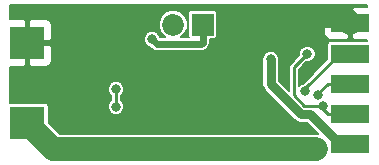
<source format=gbr>
G04 #@! TF.GenerationSoftware,KiCad,Pcbnew,(5.0.0)*
G04 #@! TF.CreationDate,2019-03-13T18:14:50+01:00*
G04 #@! TF.ProjectId,3d_extension,33645F657874656E73696F6E2E6B6963,100A*
G04 #@! TF.SameCoordinates,Original*
G04 #@! TF.FileFunction,Copper,L2,Bot,Signal*
G04 #@! TF.FilePolarity,Positive*
%FSLAX46Y46*%
G04 Gerber Fmt 4.6, Leading zero omitted, Abs format (unit mm)*
G04 Created by KiCad (PCBNEW (5.0.0)) date 03/13/19 18:14:50*
%MOMM*%
%LPD*%
G01*
G04 APERTURE LIST*
G04 #@! TA.AperFunction,ComponentPad*
%ADD10R,1.850000X1.850000*%
G04 #@! TD*
G04 #@! TA.AperFunction,ComponentPad*
%ADD11C,1.850000*%
G04 #@! TD*
G04 #@! TA.AperFunction,SMDPad,CuDef*
%ADD12R,3.000000X2.800000*%
G04 #@! TD*
G04 #@! TA.AperFunction,SMDPad,CuDef*
%ADD13R,3.300000X1.500000*%
G04 #@! TD*
G04 #@! TA.AperFunction,ViaPad*
%ADD14C,0.800000*%
G04 #@! TD*
G04 #@! TA.AperFunction,Conductor*
%ADD15C,0.800000*%
G04 #@! TD*
G04 #@! TA.AperFunction,Conductor*
%ADD16C,1.000000*%
G04 #@! TD*
G04 #@! TA.AperFunction,Conductor*
%ADD17C,2.000000*%
G04 #@! TD*
G04 #@! TA.AperFunction,Conductor*
%ADD18C,0.250000*%
G04 #@! TD*
G04 #@! TA.AperFunction,Conductor*
%ADD19C,0.600000*%
G04 #@! TD*
G04 #@! TA.AperFunction,Conductor*
%ADD20C,0.200000*%
G04 #@! TD*
G04 APERTURE END LIST*
D10*
G04 #@! TO.P,P1,1*
G04 #@! TO.N,Net-(C2-Pad1)*
X147850000Y-84050000D03*
D11*
G04 #@! TO.P,P1,2*
G04 #@! TO.N,Net-(C2-Pad2)*
X145350000Y-84050000D03*
G04 #@! TD*
D12*
G04 #@! TO.P,U2,1*
G04 #@! TO.N,GND*
X133000000Y-85600000D03*
G04 #@! TO.P,U2,4*
G04 #@! TO.N,Net-(J2-Pad9)*
X133000000Y-92400000D03*
G04 #@! TD*
D13*
G04 #@! TO.P,J2,10*
G04 #@! TO.N,VCC*
X160350000Y-94150000D03*
G04 #@! TO.P,J2,8*
G04 #@! TO.N,Net-(J2-Pad8)*
X160350000Y-91600000D03*
G04 #@! TO.P,J2,6*
G04 #@! TO.N,Net-(J2-Pad6)*
X160350000Y-89050000D03*
G04 #@! TO.P,J2,4*
G04 #@! TO.N,/NTC*
X160350000Y-86500000D03*
G04 #@! TO.P,J2,2*
G04 #@! TO.N,GND*
X160350000Y-83950000D03*
G04 #@! TD*
D14*
G04 #@! TO.N,VCC*
X153598141Y-86974968D03*
G04 #@! TO.N,GND*
X136000000Y-83300000D03*
X136000000Y-91600000D03*
X150850000Y-92800000D03*
X150750000Y-85150000D03*
X155000000Y-85700000D03*
X150000000Y-83050000D03*
X157150000Y-83050000D03*
X158050000Y-83300000D03*
X135550000Y-87800000D03*
G04 #@! TO.N,Net-(J2-Pad6)*
X157633357Y-90008983D03*
X140500000Y-89524990D03*
X140500002Y-91000000D03*
G04 #@! TO.N,Net-(J2-Pad8)*
X156700000Y-86550000D03*
X158026299Y-90928559D03*
G04 #@! TO.N,Net-(C2-Pad1)*
X143550000Y-85300000D03*
G04 #@! TO.N,Net-(J2-Pad9)*
X157399996Y-94600000D03*
X156350000Y-94600000D03*
G04 #@! TO.N,/NTC*
X156550000Y-89700000D03*
G04 #@! TD*
D15*
G04 #@! TO.N,VCC*
X156953570Y-91653570D02*
X156155246Y-91653570D01*
X153598141Y-89096465D02*
X153598141Y-87540653D01*
X159450000Y-94150000D02*
X156953570Y-91653570D01*
X153598141Y-87540653D02*
X153598141Y-86974968D01*
X160350000Y-94150000D02*
X159450000Y-94150000D01*
X156155246Y-91653570D02*
X153598141Y-89096465D01*
D16*
G04 #@! TO.N,GND*
X157150000Y-83050000D02*
X157800000Y-83050000D01*
X157800000Y-83050000D02*
X158050000Y-83300000D01*
D17*
X160350000Y-83950000D02*
X159700000Y-83300000D01*
X159700000Y-83300000D02*
X158615685Y-83300000D01*
X158615685Y-83300000D02*
X158050000Y-83300000D01*
D18*
G04 #@! TO.N,Net-(J2-Pad6)*
X160350000Y-89050000D02*
X158450000Y-89050000D01*
X157633357Y-89866643D02*
X157633357Y-90008983D01*
X158450000Y-89050000D02*
X157633357Y-89866643D01*
X140500000Y-89524990D02*
X140500000Y-90999998D01*
X140500000Y-90999998D02*
X140500002Y-91000000D01*
G04 #@! TO.N,Net-(J2-Pad8)*
X160350000Y-91600000D02*
X158450000Y-91600000D01*
X158026299Y-91176299D02*
X158026299Y-90928559D01*
X158450000Y-91600000D02*
X158026299Y-91176299D01*
X157460614Y-90928559D02*
X158026299Y-90928559D01*
X156455555Y-90928559D02*
X157460614Y-90928559D01*
X155574998Y-90048002D02*
X156455555Y-90928559D01*
X155574998Y-87675002D02*
X155574998Y-90048002D01*
X156700000Y-86550000D02*
X155574998Y-87675002D01*
D19*
G04 #@! TO.N,Net-(C2-Pad1)*
X147850000Y-85575000D02*
X147850000Y-84050000D01*
X147725001Y-85699999D02*
X147850000Y-85575000D01*
X143949999Y-85699999D02*
X147725001Y-85699999D01*
X143550000Y-85300000D02*
X143949999Y-85699999D01*
D17*
G04 #@! TO.N,Net-(J2-Pad9)*
X156834311Y-94600000D02*
X157399996Y-94600000D01*
X135200000Y-94600000D02*
X156834311Y-94600000D01*
X133000000Y-92400000D02*
X135200000Y-94600000D01*
D18*
G04 #@! TO.N,/NTC*
X156550000Y-89400000D02*
X156550000Y-89700000D01*
X159450000Y-86500000D02*
X156550000Y-89400000D01*
X160350000Y-86500000D02*
X159450000Y-86500000D01*
G04 #@! TD*
D20*
G04 #@! TO.N,GND*
G36*
X161750001Y-82592000D02*
X160656000Y-82592000D01*
X160504000Y-82744000D01*
X160504000Y-83796000D01*
X160524000Y-83796000D01*
X160524000Y-84104000D01*
X160504000Y-84104000D01*
X160504000Y-85156000D01*
X160656000Y-85308000D01*
X161750001Y-85308000D01*
X161750001Y-85444123D01*
X158700000Y-85444123D01*
X158582946Y-85467407D01*
X158483712Y-85533712D01*
X158417407Y-85632946D01*
X158394123Y-85750000D01*
X158394123Y-86954836D01*
X156305260Y-89043700D01*
X156153482Y-89106568D01*
X155999998Y-89260052D01*
X155999998Y-87851042D01*
X156601041Y-87250000D01*
X156839239Y-87250000D01*
X157096518Y-87143432D01*
X157293432Y-86946518D01*
X157400000Y-86689239D01*
X157400000Y-86410761D01*
X157293432Y-86153482D01*
X157096518Y-85956568D01*
X156839239Y-85850000D01*
X156560761Y-85850000D01*
X156303482Y-85956568D01*
X156106568Y-86153482D01*
X156000000Y-86410761D01*
X156000000Y-86648959D01*
X155304079Y-87344881D01*
X155268590Y-87368594D01*
X155210188Y-87456000D01*
X155174657Y-87509176D01*
X155141672Y-87675002D01*
X155149998Y-87716860D01*
X155149999Y-89658374D01*
X154298141Y-88806517D01*
X154298141Y-86835729D01*
X154271239Y-86770781D01*
X154257526Y-86701842D01*
X154218476Y-86643400D01*
X154191573Y-86578450D01*
X154141862Y-86528739D01*
X154102812Y-86470297D01*
X154044370Y-86431247D01*
X153994659Y-86381536D01*
X153929709Y-86354633D01*
X153871267Y-86315583D01*
X153802328Y-86301870D01*
X153737380Y-86274968D01*
X153667081Y-86274968D01*
X153598141Y-86261255D01*
X153529201Y-86274968D01*
X153458902Y-86274968D01*
X153393953Y-86301870D01*
X153325016Y-86315583D01*
X153266575Y-86354632D01*
X153201623Y-86381536D01*
X153151910Y-86431249D01*
X153093471Y-86470297D01*
X153054423Y-86528736D01*
X153004709Y-86578450D01*
X152977806Y-86643401D01*
X152938756Y-86701842D01*
X152925043Y-86770781D01*
X152898141Y-86835729D01*
X152898141Y-87609592D01*
X152898142Y-87609597D01*
X152898141Y-89027530D01*
X152884429Y-89096465D01*
X152898141Y-89165400D01*
X152898141Y-89165404D01*
X152938756Y-89369590D01*
X153093470Y-89601135D01*
X153151915Y-89640187D01*
X155611523Y-92099796D01*
X155650575Y-92158241D01*
X155709019Y-92197292D01*
X155882119Y-92312955D01*
X155928286Y-92322138D01*
X156086306Y-92353570D01*
X156086309Y-92353570D01*
X156155246Y-92367282D01*
X156224182Y-92353570D01*
X156663622Y-92353570D01*
X157630417Y-93320365D01*
X157528033Y-93300000D01*
X135738477Y-93300000D01*
X134805877Y-92367401D01*
X134805877Y-91000000D01*
X134782593Y-90882946D01*
X134716288Y-90783712D01*
X134617054Y-90717407D01*
X134500000Y-90694123D01*
X131550000Y-90694123D01*
X131550000Y-89385751D01*
X139800000Y-89385751D01*
X139800000Y-89664229D01*
X139906568Y-89921508D01*
X140075000Y-90089940D01*
X140075001Y-90435051D01*
X139906570Y-90603482D01*
X139800002Y-90860761D01*
X139800002Y-91139239D01*
X139906570Y-91396518D01*
X140103484Y-91593432D01*
X140360763Y-91700000D01*
X140639241Y-91700000D01*
X140896520Y-91593432D01*
X141093434Y-91396518D01*
X141200002Y-91139239D01*
X141200002Y-90860761D01*
X141093434Y-90603482D01*
X140925000Y-90435048D01*
X140925000Y-90089940D01*
X141093432Y-89921508D01*
X141200000Y-89664229D01*
X141200000Y-89385751D01*
X141093432Y-89128472D01*
X140896518Y-88931558D01*
X140639239Y-88824990D01*
X140360761Y-88824990D01*
X140103482Y-88931558D01*
X139906568Y-89128472D01*
X139800000Y-89385751D01*
X131550000Y-89385751D01*
X131550000Y-87608000D01*
X132694000Y-87608000D01*
X132846000Y-87456000D01*
X132846000Y-85754000D01*
X133154000Y-85754000D01*
X133154000Y-87456000D01*
X133306000Y-87608000D01*
X134620939Y-87608000D01*
X134844405Y-87515437D01*
X135015438Y-87344404D01*
X135108000Y-87120938D01*
X135108000Y-85906000D01*
X134956000Y-85754000D01*
X133154000Y-85754000D01*
X132846000Y-85754000D01*
X132826000Y-85754000D01*
X132826000Y-85446000D01*
X132846000Y-85446000D01*
X132846000Y-83744000D01*
X133154000Y-83744000D01*
X133154000Y-85446000D01*
X134956000Y-85446000D01*
X135108000Y-85294000D01*
X135108000Y-85160761D01*
X142850000Y-85160761D01*
X142850000Y-85439239D01*
X142956568Y-85696518D01*
X143153482Y-85893432D01*
X143394904Y-85993432D01*
X143483952Y-86082480D01*
X143517424Y-86132574D01*
X143715891Y-86265186D01*
X143890908Y-86299999D01*
X143890912Y-86299999D01*
X143949998Y-86311752D01*
X144009085Y-86299999D01*
X147665915Y-86299999D01*
X147725001Y-86311752D01*
X147784087Y-86299999D01*
X147784092Y-86299999D01*
X147959109Y-86265186D01*
X148157576Y-86132574D01*
X148191050Y-86082477D01*
X148232479Y-86041048D01*
X148282575Y-86007575D01*
X148415187Y-85809108D01*
X148450000Y-85634091D01*
X148450000Y-85634087D01*
X148461753Y-85575001D01*
X148450000Y-85515914D01*
X148450000Y-85280877D01*
X148775000Y-85280877D01*
X148892054Y-85257593D01*
X148991288Y-85191288D01*
X149057593Y-85092054D01*
X149080877Y-84975000D01*
X149080877Y-84256000D01*
X158092000Y-84256000D01*
X158092000Y-84820939D01*
X158184563Y-85044405D01*
X158355596Y-85215438D01*
X158579062Y-85308000D01*
X160044000Y-85308000D01*
X160196000Y-85156000D01*
X160196000Y-84104000D01*
X158244000Y-84104000D01*
X158092000Y-84256000D01*
X149080877Y-84256000D01*
X149080877Y-83125000D01*
X149071739Y-83079061D01*
X158092000Y-83079061D01*
X158092000Y-83644000D01*
X158244000Y-83796000D01*
X160196000Y-83796000D01*
X160196000Y-82744000D01*
X160044000Y-82592000D01*
X158579062Y-82592000D01*
X158355596Y-82684562D01*
X158184563Y-82855595D01*
X158092000Y-83079061D01*
X149071739Y-83079061D01*
X149057593Y-83007946D01*
X148991288Y-82908712D01*
X148892054Y-82842407D01*
X148775000Y-82819123D01*
X146925000Y-82819123D01*
X146807946Y-82842407D01*
X146708712Y-82908712D01*
X146642407Y-83007946D01*
X146619123Y-83125000D01*
X146619123Y-84975000D01*
X146642407Y-85092054D01*
X146647716Y-85099999D01*
X146016158Y-85099999D01*
X146043907Y-85088505D01*
X146388505Y-84743907D01*
X146575000Y-84293668D01*
X146575000Y-83806332D01*
X146388505Y-83356093D01*
X146043907Y-83011495D01*
X145593668Y-82825000D01*
X145106332Y-82825000D01*
X144656093Y-83011495D01*
X144311495Y-83356093D01*
X144125000Y-83806332D01*
X144125000Y-84293668D01*
X144311495Y-84743907D01*
X144656093Y-85088505D01*
X144683842Y-85099999D01*
X144224832Y-85099999D01*
X144143432Y-84903482D01*
X143946518Y-84706568D01*
X143689239Y-84600000D01*
X143410761Y-84600000D01*
X143153482Y-84706568D01*
X142956568Y-84903482D01*
X142850000Y-85160761D01*
X135108000Y-85160761D01*
X135108000Y-84079062D01*
X135015438Y-83855596D01*
X134844405Y-83684563D01*
X134620939Y-83592000D01*
X133306000Y-83592000D01*
X133154000Y-83744000D01*
X132846000Y-83744000D01*
X132694000Y-83592000D01*
X131550000Y-83592000D01*
X131550000Y-82400000D01*
X161750001Y-82400000D01*
X161750001Y-82592000D01*
X161750001Y-82592000D01*
G37*
X161750001Y-82592000D02*
X160656000Y-82592000D01*
X160504000Y-82744000D01*
X160504000Y-83796000D01*
X160524000Y-83796000D01*
X160524000Y-84104000D01*
X160504000Y-84104000D01*
X160504000Y-85156000D01*
X160656000Y-85308000D01*
X161750001Y-85308000D01*
X161750001Y-85444123D01*
X158700000Y-85444123D01*
X158582946Y-85467407D01*
X158483712Y-85533712D01*
X158417407Y-85632946D01*
X158394123Y-85750000D01*
X158394123Y-86954836D01*
X156305260Y-89043700D01*
X156153482Y-89106568D01*
X155999998Y-89260052D01*
X155999998Y-87851042D01*
X156601041Y-87250000D01*
X156839239Y-87250000D01*
X157096518Y-87143432D01*
X157293432Y-86946518D01*
X157400000Y-86689239D01*
X157400000Y-86410761D01*
X157293432Y-86153482D01*
X157096518Y-85956568D01*
X156839239Y-85850000D01*
X156560761Y-85850000D01*
X156303482Y-85956568D01*
X156106568Y-86153482D01*
X156000000Y-86410761D01*
X156000000Y-86648959D01*
X155304079Y-87344881D01*
X155268590Y-87368594D01*
X155210188Y-87456000D01*
X155174657Y-87509176D01*
X155141672Y-87675002D01*
X155149998Y-87716860D01*
X155149999Y-89658374D01*
X154298141Y-88806517D01*
X154298141Y-86835729D01*
X154271239Y-86770781D01*
X154257526Y-86701842D01*
X154218476Y-86643400D01*
X154191573Y-86578450D01*
X154141862Y-86528739D01*
X154102812Y-86470297D01*
X154044370Y-86431247D01*
X153994659Y-86381536D01*
X153929709Y-86354633D01*
X153871267Y-86315583D01*
X153802328Y-86301870D01*
X153737380Y-86274968D01*
X153667081Y-86274968D01*
X153598141Y-86261255D01*
X153529201Y-86274968D01*
X153458902Y-86274968D01*
X153393953Y-86301870D01*
X153325016Y-86315583D01*
X153266575Y-86354632D01*
X153201623Y-86381536D01*
X153151910Y-86431249D01*
X153093471Y-86470297D01*
X153054423Y-86528736D01*
X153004709Y-86578450D01*
X152977806Y-86643401D01*
X152938756Y-86701842D01*
X152925043Y-86770781D01*
X152898141Y-86835729D01*
X152898141Y-87609592D01*
X152898142Y-87609597D01*
X152898141Y-89027530D01*
X152884429Y-89096465D01*
X152898141Y-89165400D01*
X152898141Y-89165404D01*
X152938756Y-89369590D01*
X153093470Y-89601135D01*
X153151915Y-89640187D01*
X155611523Y-92099796D01*
X155650575Y-92158241D01*
X155709019Y-92197292D01*
X155882119Y-92312955D01*
X155928286Y-92322138D01*
X156086306Y-92353570D01*
X156086309Y-92353570D01*
X156155246Y-92367282D01*
X156224182Y-92353570D01*
X156663622Y-92353570D01*
X157630417Y-93320365D01*
X157528033Y-93300000D01*
X135738477Y-93300000D01*
X134805877Y-92367401D01*
X134805877Y-91000000D01*
X134782593Y-90882946D01*
X134716288Y-90783712D01*
X134617054Y-90717407D01*
X134500000Y-90694123D01*
X131550000Y-90694123D01*
X131550000Y-89385751D01*
X139800000Y-89385751D01*
X139800000Y-89664229D01*
X139906568Y-89921508D01*
X140075000Y-90089940D01*
X140075001Y-90435051D01*
X139906570Y-90603482D01*
X139800002Y-90860761D01*
X139800002Y-91139239D01*
X139906570Y-91396518D01*
X140103484Y-91593432D01*
X140360763Y-91700000D01*
X140639241Y-91700000D01*
X140896520Y-91593432D01*
X141093434Y-91396518D01*
X141200002Y-91139239D01*
X141200002Y-90860761D01*
X141093434Y-90603482D01*
X140925000Y-90435048D01*
X140925000Y-90089940D01*
X141093432Y-89921508D01*
X141200000Y-89664229D01*
X141200000Y-89385751D01*
X141093432Y-89128472D01*
X140896518Y-88931558D01*
X140639239Y-88824990D01*
X140360761Y-88824990D01*
X140103482Y-88931558D01*
X139906568Y-89128472D01*
X139800000Y-89385751D01*
X131550000Y-89385751D01*
X131550000Y-87608000D01*
X132694000Y-87608000D01*
X132846000Y-87456000D01*
X132846000Y-85754000D01*
X133154000Y-85754000D01*
X133154000Y-87456000D01*
X133306000Y-87608000D01*
X134620939Y-87608000D01*
X134844405Y-87515437D01*
X135015438Y-87344404D01*
X135108000Y-87120938D01*
X135108000Y-85906000D01*
X134956000Y-85754000D01*
X133154000Y-85754000D01*
X132846000Y-85754000D01*
X132826000Y-85754000D01*
X132826000Y-85446000D01*
X132846000Y-85446000D01*
X132846000Y-83744000D01*
X133154000Y-83744000D01*
X133154000Y-85446000D01*
X134956000Y-85446000D01*
X135108000Y-85294000D01*
X135108000Y-85160761D01*
X142850000Y-85160761D01*
X142850000Y-85439239D01*
X142956568Y-85696518D01*
X143153482Y-85893432D01*
X143394904Y-85993432D01*
X143483952Y-86082480D01*
X143517424Y-86132574D01*
X143715891Y-86265186D01*
X143890908Y-86299999D01*
X143890912Y-86299999D01*
X143949998Y-86311752D01*
X144009085Y-86299999D01*
X147665915Y-86299999D01*
X147725001Y-86311752D01*
X147784087Y-86299999D01*
X147784092Y-86299999D01*
X147959109Y-86265186D01*
X148157576Y-86132574D01*
X148191050Y-86082477D01*
X148232479Y-86041048D01*
X148282575Y-86007575D01*
X148415187Y-85809108D01*
X148450000Y-85634091D01*
X148450000Y-85634087D01*
X148461753Y-85575001D01*
X148450000Y-85515914D01*
X148450000Y-85280877D01*
X148775000Y-85280877D01*
X148892054Y-85257593D01*
X148991288Y-85191288D01*
X149057593Y-85092054D01*
X149080877Y-84975000D01*
X149080877Y-84256000D01*
X158092000Y-84256000D01*
X158092000Y-84820939D01*
X158184563Y-85044405D01*
X158355596Y-85215438D01*
X158579062Y-85308000D01*
X160044000Y-85308000D01*
X160196000Y-85156000D01*
X160196000Y-84104000D01*
X158244000Y-84104000D01*
X158092000Y-84256000D01*
X149080877Y-84256000D01*
X149080877Y-83125000D01*
X149071739Y-83079061D01*
X158092000Y-83079061D01*
X158092000Y-83644000D01*
X158244000Y-83796000D01*
X160196000Y-83796000D01*
X160196000Y-82744000D01*
X160044000Y-82592000D01*
X158579062Y-82592000D01*
X158355596Y-82684562D01*
X158184563Y-82855595D01*
X158092000Y-83079061D01*
X149071739Y-83079061D01*
X149057593Y-83007946D01*
X148991288Y-82908712D01*
X148892054Y-82842407D01*
X148775000Y-82819123D01*
X146925000Y-82819123D01*
X146807946Y-82842407D01*
X146708712Y-82908712D01*
X146642407Y-83007946D01*
X146619123Y-83125000D01*
X146619123Y-84975000D01*
X146642407Y-85092054D01*
X146647716Y-85099999D01*
X146016158Y-85099999D01*
X146043907Y-85088505D01*
X146388505Y-84743907D01*
X146575000Y-84293668D01*
X146575000Y-83806332D01*
X146388505Y-83356093D01*
X146043907Y-83011495D01*
X145593668Y-82825000D01*
X145106332Y-82825000D01*
X144656093Y-83011495D01*
X144311495Y-83356093D01*
X144125000Y-83806332D01*
X144125000Y-84293668D01*
X144311495Y-84743907D01*
X144656093Y-85088505D01*
X144683842Y-85099999D01*
X144224832Y-85099999D01*
X144143432Y-84903482D01*
X143946518Y-84706568D01*
X143689239Y-84600000D01*
X143410761Y-84600000D01*
X143153482Y-84706568D01*
X142956568Y-84903482D01*
X142850000Y-85160761D01*
X135108000Y-85160761D01*
X135108000Y-84079062D01*
X135015438Y-83855596D01*
X134844405Y-83684563D01*
X134620939Y-83592000D01*
X133306000Y-83592000D01*
X133154000Y-83744000D01*
X132846000Y-83744000D01*
X132694000Y-83592000D01*
X131550000Y-83592000D01*
X131550000Y-82400000D01*
X161750001Y-82400000D01*
X161750001Y-82592000D01*
G04 #@! TD*
M02*

</source>
